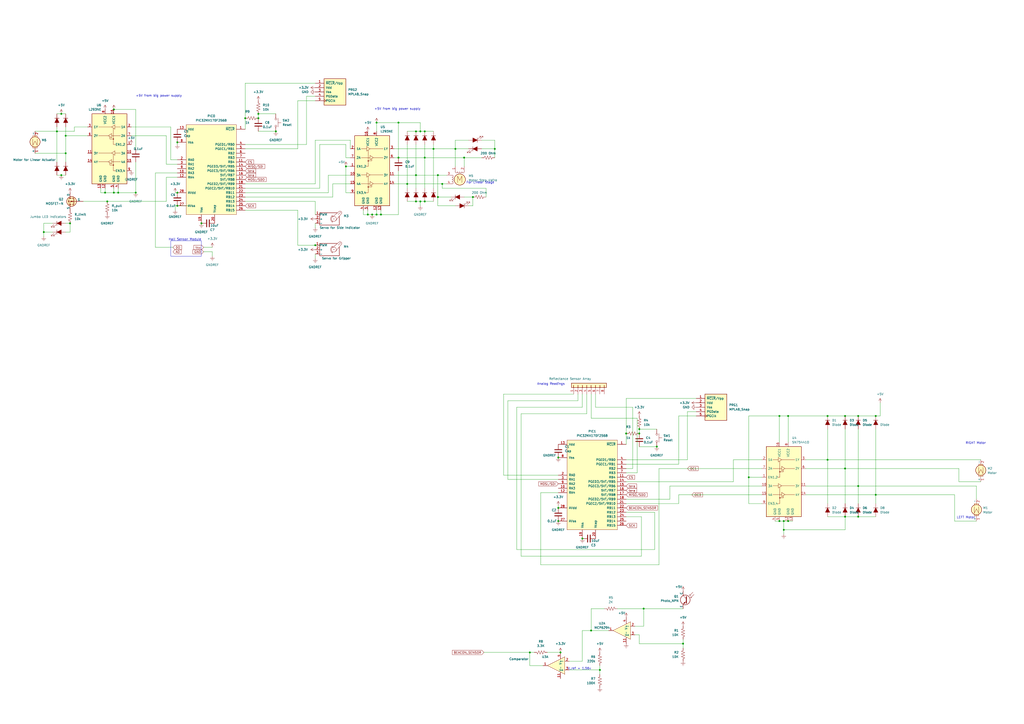
<source format=kicad_sch>
(kicad_sch (version 20230121) (generator eeschema)
  (paper "A2")
  (lib_symbols
    (symbol "ME218_BaseLib:Cap" (pin_numbers hide) (pin_names (offset 0.254))
      (property "Reference" "C" (at 0.635 2.54 0))
      (property "Value" "Cap" (at 0.635 -2.54 0))
      (symbol "Cap_1_1"
        (pin passive line (at 0 3.81 270) (length 2.794) (name "~") (number "1"))
        (pin passive line (at 0 -3.81 90) (length 2.794) (name "~") (number "2"))
      )
    )
    (symbol "ME218_BaseLib:Diode" (pin_numbers hide) (pin_names (offset 1.016) hide)
      (property "Reference" "D" (at 0 2.54 0))
      (property "Value" "Diode" (at 0 -2.54 0))
      (symbol "Diode_1_1"
        (pin passive line (at -3.81 0 0) (length 2.54) (name "K") (number "1"))
        (pin passive line (at 3.81 0 180) (length 2.54) (name "A") (number "2"))
      )
    )
    (symbol "ME218_BaseLib:L293NE" (pin_names (offset 1.016))
      (property "Reference" "U" (at -5.08 26.035 0))
      (property "Value" "L293NE" (at -5.08 24.13 0))
      (symbol "L293NE_1_1"
        (pin input line (at -12.7 5.08 0) (length 2.54) (name "EN1,2") (number "1"))
        (pin input line (at -12.7 0 0) (length 2.54) (name "3A") (number "10"))
        (pin output line (at 12.7 0 180) (length 2.54) (name "3Y") (number "11"))
        (pin power_in line (at 2.54 -20.32 90) (length 2.54) (name "GND") (number "12"))
        (pin power_in line (at 5.08 -20.32 90) (length 2.54) (name "GND") (number "13"))
        (pin output line (at 12.7 -5.08 180) (length 2.54) (name "4Y") (number "14"))
        (pin input line (at -12.7 -5.08 0) (length 2.54) (name "4A") (number "15"))
        (pin power_in line (at -2.54 25.4 270) (length 2.54) (name "VCC1") (number "16"))
        (pin input line (at -12.7 15.24 0) (length 2.54) (name "1A") (number "2"))
        (pin output line (at 12.7 15.24 180) (length 2.54) (name "1Y") (number "3"))
        (pin power_in line (at -5.08 -20.32 90) (length 2.54) (name "GND") (number "4"))
        (pin power_in line (at -2.54 -20.32 90) (length 2.54) (name "GND") (number "5"))
        (pin output line (at 12.7 10.16 180) (length 2.54) (name "2Y") (number "6"))
        (pin input line (at -12.7 10.16 0) (length 2.54) (name "2A") (number "7"))
        (pin power_in line (at 2.54 25.4 270) (length 2.54) (name "VCC2") (number "8"))
        (pin input line (at -12.7 -10.16 0) (length 2.54) (name "EN3,4") (number "9"))
      )
    )
    (symbol "ME218_BaseLib:LED" (pin_numbers hide) (pin_names (offset 1.016) hide)
      (property "Reference" "D" (at 0 2.54 0))
      (property "Value" "LED" (at 0 -2.54 0))
      (symbol "LED_1_1"
        (pin passive line (at -3.81 0 0) (length 2.54) (name "K") (number "1"))
        (pin passive line (at 3.81 0 180) (length 2.54) (name "A") (number "2"))
      )
    )
    (symbol "ME218_BaseLib:MCP6294"
      (property "Reference" "U" (at 1.27 5.08 0))
      (property "Value" "MCP6294" (at 3.81 -5.08 0))
      (symbol "MCP6294_0_1"
        (pin power_in line (at -2.54 -7.62 90) (length 3.81) (name "V-") (number "11"))
        (pin power_in line (at -2.54 7.62 270) (length 3.81) (name "V+") (number "4"))
      )
      (symbol "MCP6294_1_1"
        (pin output line (at 7.62 0 180) (length 2.54) (name "~") (number "1"))
        (pin input line (at -7.62 2.54 0) (length 2.54) (name "-") (number "2"))
        (pin input line (at -7.62 -2.54 0) (length 2.54) (name "+") (number "3"))
      )
      (symbol "MCP6294_2_1"
        (pin input line (at -7.62 -2.54 0) (length 2.54) (name "+") (number "5"))
        (pin input line (at -7.62 2.54 0) (length 2.54) (name "-") (number "6"))
        (pin output line (at 7.62 0 180) (length 2.54) (name "~") (number "7"))
      )
      (symbol "MCP6294_3_1"
        (pin input line (at -7.62 -2.54 0) (length 2.54) (name "+") (number "10"))
        (pin output line (at 7.62 0 180) (length 2.54) (name "~") (number "8"))
        (pin input line (at -7.62 2.54 0) (length 2.54) (name "-") (number "9"))
      )
      (symbol "MCP6294_4_1"
        (pin input line (at -7.62 -2.54 0) (length 2.54) (name "+") (number "12"))
        (pin input line (at -7.62 2.54 0) (length 2.54) (name "-") (number "13"))
        (pin output line (at 7.62 0 180) (length 2.54) (name "~") (number "14"))
      )
    )
    (symbol "ME218_BaseLib:MOSFET-N" (pin_numbers hide) (pin_names (offset 0))
      (property "Reference" "Q" (at 5.08 1.27 0))
      (property "Value" "MOSFET-N" (at 5.08 -1.27 0))
      (symbol "MOSFET-N_1_1"
        (pin passive line (at 2.54 5.08 270) (length 2.54) (name "D") (number "1"))
        (pin input line (at -5.08 0 0) (length 5.08) (name "G") (number "2"))
        (pin passive line (at 2.54 -5.08 90) (length 2.54) (name "S") (number "3"))
      )
    )
    (symbol "ME218_BaseLib:MPLAB_Snap" (pin_names (offset 1.016))
      (property "Reference" "PRG" (at 0 8.89 0))
      (property "Value" "MPLAB_Snap" (at 8.89 1.27 90))
      (symbol "MPLAB_Snap_1_1"
        (pin output line (at -11.43 5.08 0) (length 5.08) (name "~{MCLR}/Vpp") (number "1"))
        (pin input line (at -11.43 2.54 0) (length 5.08) (name "Vdd") (number "2"))
        (pin input line (at -11.43 0 0) (length 5.08) (name "Vss") (number "3"))
        (pin bidirectional line (at -11.43 -2.54 0) (length 5.08) (name "PGData") (number "4"))
        (pin output clock (at -11.43 -5.08 0) (length 5.08) (name "PGClk") (number "5"))
        (pin no_connect line (at -2.54 -11.43 0) (length 5.08) hide (name "NC") (number "6"))
        (pin no_connect line (at -2.54 -13.97 0) (length 5.08) hide (name "NC") (number "7"))
        (pin no_connect line (at -2.54 -16.51 0) (length 5.08) hide (name "NC") (number "8"))
      )
    )
    (symbol "ME218_BaseLib:Molex8" (pin_names (offset 1.016) hide)
      (property "Reference" "J" (at 0 10.16 0))
      (property "Value" "Molex8" (at 0 -12.7 0))
      (symbol "Molex8_1_1"
        (pin passive line (at -5.08 7.62 0) (length 3.81) (name "Pin_1") (number "1"))
        (pin passive line (at -5.08 5.08 0) (length 3.81) (name "Pin_2") (number "2"))
        (pin passive line (at -5.08 2.54 0) (length 3.81) (name "Pin_3") (number "3"))
        (pin passive line (at -5.08 0 0) (length 3.81) (name "Pin_4") (number "4"))
        (pin passive line (at -5.08 -2.54 0) (length 3.81) (name "Pin_5") (number "5"))
        (pin passive line (at -5.08 -5.08 0) (length 3.81) (name "Pin_6") (number "6"))
        (pin passive line (at -5.08 -7.62 0) (length 3.81) (name "Pin_7") (number "7"))
        (pin passive line (at -5.08 -10.16 0) (length 3.81) (name "Pin_8") (number "8"))
      )
    )
    (symbol "ME218_BaseLib:Motor" (pin_names (offset 0))
      (property "Reference" "M" (at 2.54 2.54 0))
      (property "Value" "Motor" (at 2.54 -5.08 0))
      (symbol "Motor_1_1"
        (pin passive line (at 0 5.08 270) (length 2.54) (name "+") (number "1"))
        (pin passive line (at 0 -7.62 90) (length 2.54) (name "-") (number "2"))
      )
    )
    (symbol "ME218_BaseLib:Motor_Servo" (pin_names (offset 0.0254))
      (property "Reference" "M" (at -5.08 4.445 0))
      (property "Value" "Motor_Servo" (at -5.08 -4.064 0))
      (symbol "Motor_Servo_1_1"
        (pin passive line (at -7.62 2.54 0) (length 2.54) (name "PWM") (number "1"))
        (pin passive line (at -7.62 0 0) (length 2.54) (name "+") (number "2"))
        (pin passive line (at -7.62 -2.54 0) (length 2.54) (name "-") (number "3"))
      )
    )
    (symbol "ME218_BaseLib:Motor_Step_4Wire" (pin_names (offset 0) hide)
      (property "Reference" "M" (at 3.81 2.54 0))
      (property "Value" "Motor_Step_4Wire" (at 3.81 1.27 0))
      (symbol "Motor_Step_4Wire_1_1"
        (pin passive line (at -2.54 7.62 270) (length 2.54) (name "~") (number "1"))
        (pin passive line (at 2.54 7.62 270) (length 2.54) (name "-") (number "2"))
        (pin passive line (at -7.62 2.54 0) (length 2.54) (name "~") (number "3"))
        (pin passive line (at -7.62 -2.54 0) (length 2.54) (name "~") (number "4"))
      )
    )
    (symbol "ME218_BaseLib:PIC32MX170F256B" (pin_names (offset 1.016))
      (property "Reference" "U" (at -20.32 25.4 0))
      (property "Value" "PIC32MX170F256B" (at -7.62 25.4 0))
      (symbol "PIC32MX170F256B_1_1"
        (pin input line (at 12.7 21.59 180) (length 5.08) (name "~{MCLR}") (number "1"))
        (pin bidirectional line (at -26.67 -3.81 0) (length 5.08) (name "RA3") (number "10"))
        (pin bidirectional line (at 12.7 2.54 180) (length 5.08) (name "RB4") (number "11"))
        (pin bidirectional line (at -26.67 -6.35 0) (length 5.08) (name "RA4") (number "12"))
        (pin power_in line (at -26.67 21.59 0) (length 5.08) (name "Vdd") (number "13"))
        (pin bidirectional line (at 12.7 0 180) (length 5.08) (name "PGED3/5VT/RB5") (number "14"))
        (pin bidirectional line (at 12.7 -2.54 180) (length 5.08) (name "PGEC3/5VT/RB6") (number "15"))
        (pin bidirectional line (at 12.7 -5.08 180) (length 5.08) (name "5VT/RB7") (number "16"))
        (pin bidirectional line (at 12.7 -7.62 180) (length 5.08) (name "5VT/RB8") (number "17"))
        (pin bidirectional line (at 12.7 -10.16 180) (length 5.08) (name "PGED2/5VT/RB9") (number "18"))
        (pin power_in line (at -12.7 -33.02 90) (length 5.08) (name "Vss") (number "19"))
        (pin bidirectional line (at -26.67 3.81 0) (length 5.08) (name "RA0") (number "2"))
        (pin input line (at -5.08 -33.02 90) (length 5.08) (name "Vcap") (number "20"))
        (pin bidirectional line (at 12.7 -12.7 180) (length 5.08) (name "PGEC2/5VT/RB10") (number "21"))
        (pin bidirectional line (at 12.7 -15.24 180) (length 5.08) (name "RB11") (number "22"))
        (pin bidirectional line (at 12.7 -17.78 180) (length 5.08) (name "RB12") (number "23"))
        (pin bidirectional line (at 12.7 -20.32 180) (length 5.08) (name "RB13") (number "24"))
        (pin bidirectional line (at 12.7 -22.86 180) (length 5.08) (name "RB14") (number "25"))
        (pin bidirectional line (at 12.7 -25.4 180) (length 5.08) (name "RB15") (number "26"))
        (pin power_in line (at -26.67 -22.86 0) (length 5.08) (name "AVss") (number "27"))
        (pin power_in line (at -26.67 -15.24 0) (length 5.08) (name "AVdd") (number "28"))
        (pin bidirectional line (at -26.67 1.27 0) (length 5.08) (name "RA1") (number "3"))
        (pin bidirectional line (at 12.7 12.7 180) (length 5.08) (name "PGED1/RB0") (number "4"))
        (pin bidirectional line (at 12.7 10.16 180) (length 5.08) (name "PGEC1/RB1") (number "5"))
        (pin bidirectional line (at 12.7 7.62 180) (length 5.08) (name "RB2") (number "6"))
        (pin bidirectional line (at 12.7 5.08 180) (length 5.08) (name "RB3") (number "7"))
        (pin power_in line (at -26.67 13.97 0) (length 5.08) (name "Vss") (number "8"))
        (pin bidirectional line (at -26.67 -1.27 0) (length 5.08) (name "RA2") (number "9"))
      )
    )
    (symbol "ME218_BaseLib:Photo_NPN" (pin_numbers hide) (pin_names (offset 0))
      (property "Reference" "Q" (at 5.08 1.27 0))
      (property "Value" "Photo_NPN" (at 5.08 -1.27 0))
      (symbol "Photo_NPN_1_1"
        (pin passive line (at 2.54 5.08 270) (length 2.54) (name "C") (number "1"))
        (pin passive line (at 2.54 -5.08 90) (length 2.54) (name "E") (number "2"))
      )
    )
    (symbol "ME218_BaseLib:Res1" (pin_numbers hide) (pin_names (offset 0))
      (property "Reference" "R" (at 2.54 0 90))
      (property "Value" "Res1" (at -2.54 0 90))
      (symbol "Res1_1_1"
        (pin passive line (at 0 3.81 270) (length 1.27) (name "~") (number "1"))
        (pin passive line (at 0 -3.81 90) (length 1.27) (name "~") (number "2"))
      )
    )
    (symbol "ME218_BaseLib:SW_Push" (pin_numbers hide) (pin_names (offset 1.016) hide)
      (property "Reference" "SW" (at 1.27 2.54 0))
      (property "Value" "SW_Push" (at 0 -1.524 0))
      (symbol "SW_Push_0_1"
        (pin passive line (at -5.08 0 0) (length 2.54) (name "1") (number "1"))
        (pin passive line (at 5.08 0 180) (length 2.54) (name "2") (number "2"))
      )
    )
    (symbol "Res1_1" (pin_numbers hide) (pin_names (offset 0))
      (property "Reference" "R" (at 2.54 0 90))
      (property "Value" "Res1" (at -2.54 0 90))
      (symbol "Res1_1_1_1"
        (pin passive line (at 0 3.81 270) (length 1.27) (name "~") (number "1"))
        (pin passive line (at 0 -3.81 90) (length 1.27) (name "~") (number "2"))
      )
    )
    (symbol "Res1_2" (pin_numbers hide) (pin_names (offset 0))
      (property "Reference" "R" (at 2.54 0 90))
      (property "Value" "Res1" (at -2.54 0 90))
      (symbol "Res1_2_1_1"
        (pin passive line (at 0 3.81 270) (length 1.27) (name "~") (number "1"))
        (pin passive line (at 0 -3.81 90) (length 1.27) (name "~") (number "2"))
      )
    )
    (symbol "Res1_3" (pin_numbers hide) (pin_names (offset 0))
      (property "Reference" "R" (at 2.54 0 90))
      (property "Value" "Res1" (at -2.54 0 90))
      (symbol "Res1_3_1_1"
        (pin passive line (at 0 3.81 270) (length 1.27) (name "~") (number "1"))
        (pin passive line (at 0 -3.81 90) (length 1.27) (name "~") (number "2"))
      )
    )
    (symbol "Res1_4" (pin_numbers hide) (pin_names (offset 0))
      (property "Reference" "R" (at 2.54 0 90))
      (property "Value" "Res1" (at -2.54 0 90))
      (symbol "Res1_4_1_1"
        (pin passive line (at 0 3.81 270) (length 1.27) (name "~") (number "1"))
        (pin passive line (at 0 -3.81 90) (length 1.27) (name "~") (number "2"))
      )
    )
    (symbol "power:+3.3V" (power) (pin_names (offset 0))
      (property "Value" "+3.3V" (at 0 3.556 0))
      (symbol "+3.3V_1_1"
        (pin power_in line (at 0 0 90) (length 0) hide (name "+3.3V") (number "1"))
      )
    )
    (symbol "power:+5V" (power) (pin_names (offset 0))
      (property "Value" "+5V" (at 0 3.556 0))
      (symbol "+5V_1_1"
        (pin power_in line (at 0 0 90) (length 0) hide (name "+5V") (number "1"))
      )
    )
    (symbol "power:+6V" (power) (pin_names (offset 0))
      (property "Value" "+6V" (at 0 3.556 0))
      (symbol "+6V_1_1"
        (pin power_in line (at 0 0 90) (length 0) hide (name "+6V") (number "1"))
      )
    )
    (symbol "power:Earth" (power) (pin_names (offset 0))
      (symbol "Earth_1_1"
        (pin power_in line (at 0 0 270) (length 0) hide (name "Earth") (number "1"))
      )
    )
    (symbol "power:GND" (power) (pin_names (offset 0))
      (property "Value" "GND" (at 0 -3.81 0))
      (symbol "GND_1_1"
        (pin power_in line (at 0 0 270) (length 0) hide (name "GND") (number "1"))
      )
    )
    (symbol "power:GNDREF" (power) (pin_names (offset 0))
      (property "Value" "GNDREF" (at 0 -3.81 0))
      (symbol "GNDREF_1_1"
        (pin power_in line (at 0 0 270) (length 0) hide (name "GNDREF") (number "1"))
      )
    )
  )
  (junction (at 254 101.6))
  (junction (at 323.85 294.64))
  (junction (at 480.06 241.3))
  (junction (at 142.24 68.58))
  (junction (at 38.1 88.9))
  (junction (at 241.3 101.6))
  (junction (at 264.16 86.36))
  (junction (at 102.87 82.55))
  (junction (at 182.88 142.24))
  (junction (at 220.98 124.46))
  (junction (at 68.58 111.76))
  (junction (at 78.74 111.76))
  (junction (at 307.34 378.46))
  (junction (at 452.12 241.3))
  (junction (at 218.44 71.12))
  (junction (at 35.56 101.6))
  (junction (at 66.04 63.5))
  (junction (at 454.66 307.34))
  (junction (at 243.84 116.84))
  (junction (at 215.9 124.46))
  (junction (at 363.22 251.46))
  (junction (at 236.22 106.68))
  (junction (at 434.34 276.86))
  (junction (at 246.38 91.44))
  (junction (at 457.2 302.26))
  (junction (at 254 114.3))
  (junction (at 490.22 241.3))
  (junction (at 508 241.3))
  (junction (at 323.85 302.26))
  (junction (at 323.85 265.43))
  (junction (at 149.86 66.04))
  (junction (at 160.02 76.2))
  (junction (at 231.14 91.44))
  (junction (at 287.02 86.36))
  (junction (at 396.24 373.38))
  (junction (at 102.87 119.38))
  (junction (at 246.38 116.84))
  (junction (at 60.96 111.76))
  (junction (at 116.84 129.54))
  (junction (at 490.22 299.72))
  (junction (at 497.84 241.3))
  (junction (at 251.46 86.36))
  (junction (at 274.32 114.3))
  (junction (at 149.86 68.58))
  (junction (at 218.44 124.46))
  (junction (at 381 259.08))
  (junction (at 347.98 388.62))
  (junction (at 337.82 312.42))
  (junction (at 33.02 76.2))
  (junction (at 213.36 124.46))
  (junction (at 200.66 96.52))
  (junction (at 452.12 302.26))
  (junction (at 325.12 378.46))
  (junction (at 241.3 116.84))
  (junction (at 40.64 129.54))
  (junction (at 66.04 111.76))
  (junction (at 497.84 281.94))
  (junction (at 241.3 76.2))
  (junction (at 256.54 106.68))
  (junction (at 231.14 71.12))
  (junction (at 25.4 134.62))
  (junction (at 457.2 241.3))
  (junction (at 38.1 78.74))
  (junction (at 454.66 302.26))
  (junction (at 370.84 248.92))
  (junction (at 62.23 116.84))
  (junction (at 246.38 76.2))
  (junction (at 243.84 76.2))
  (junction (at 269.24 91.44))
  (junction (at 342.9 365.76))
  (junction (at 102.87 111.76))
  (junction (at 35.56 66.04))
  (junction (at 508 287.02))
  (junction (at 373.38 353.06))
  (junction (at 370.84 251.46))
  (junction (at 497.84 299.72))
  (junction (at 490.22 271.78))
  (junction (at 480.06 266.7))
  (wire (pts (xy 457.2 241.3) (xy 480.06 241.3)))
  (wire (pts (xy 369.57 242.57) (xy 369.57 274.32)))
  (wire (pts (xy 35.56 66.04) (xy 38.1 66.04)))
  (wire (pts (xy 299.72 318.77) (xy 379.73 318.77)))
  (wire (pts (xy 370.84 248.92) (xy 381 248.92)))
  (wire (pts (xy 370.84 251.46) (xy 370.84 248.92)))
  (wire (pts (xy 35.56 101.6) (xy 38.1 101.6)))
  (wire (pts (xy 454.66 307.34) (xy 454.66 309.88)))
  (wire (pts (xy 101.6 111.76) (xy 102.87 111.76)))
  (wire (pts (xy 60.96 111.76) (xy 66.04 111.76)))
  (wire (pts (xy 142.24 68.58) (xy 142.24 74.93)))
  (wire (pts (xy 264.16 81.28) (xy 264.16 86.36)))
  (wire (pts (xy 38.1 78.74) (xy 50.8 78.74)))
  (wire (pts (xy 441.96 287.02) (xy 393.7 287.02)))
  (wire (pts (xy 33.02 101.6) (xy 35.56 101.6)))
  (wire (pts (xy 373.38 353.06) (xy 358.14 353.06)))
  (wire (pts (xy 264.16 119.38) (xy 254 119.38)))
  (wire (pts (xy 287.02 81.28) (xy 287.02 86.36)))
  (wire (pts (xy 43.18 73.66) (xy 50.8 73.66)))
  (wire (pts (xy 218.44 71.12) (xy 218.44 76.2)))
  (wire (pts (xy 228.6 101.6) (xy 241.3 101.6)))
  (wire (pts (xy 345.44 228.6) (xy 345.44 236.22)))
  (wire (pts (xy 497.84 299.72) (xy 508 299.72)))
  (wire (pts (xy 342.9 353.06) (xy 342.9 365.76)))
  (wire (pts (xy 33.02 93.98) (xy 33.02 76.2)))
  (wire (pts (xy 256.54 106.68) (xy 259.08 106.68)))
  (wire (pts (xy 347.98 388.62) (xy 330.2 388.62)))
  (wire (pts (xy 261.62 114.3) (xy 254 114.3)))
  (wire (pts (xy 20.32 88.9) (xy 38.1 88.9)))
  (wire (pts (xy 218.44 121.92) (xy 218.44 124.46)))
  (wire (pts (xy 78.74 63.5) (xy 66.04 63.5)))
  (wire (pts (xy 243.84 116.84) (xy 243.84 119.38)))
  (wire (pts (xy 363.22 231.14) (xy 403.86 231.14)))
  (wire (pts (xy 269.24 91.44) (xy 269.24 96.52)))
  (wire (pts (xy 25.4 137.16) (xy 25.4 134.62)))
  (wire (pts (xy 142.24 48.26) (xy 182.88 48.26)))
  (wire (pts (xy 78.74 93.98) (xy 78.74 111.76)))
  (wire (pts (xy 142.24 106.68) (xy 182.88 106.68)))
  (wire (pts (xy 497.84 281.94) (xy 566.42 281.94)))
  (wire (pts (xy 90.17 100.33) (xy 90.17 143.51)))
  (wire (pts (xy 337.82 383.54) (xy 337.82 365.76)))
  (wire (pts (xy 68.58 111.76) (xy 66.04 111.76)))
  (wire (pts (xy 185.42 83.82) (xy 200.66 83.82)))
  (wire (pts (xy 388.62 289.56) (xy 363.22 289.56)))
  (wire (pts (xy 363.22 266.7) (xy 398.78 266.7)))
  (wire (pts (xy 467.36 287.02) (xy 508 287.02)))
  (wire (pts (xy 382.27 271.78) (xy 382.27 327.66)))
  (wire (pts (xy 172.72 58.42) (xy 172.72 86.36)))
  (wire (pts (xy 228.6 106.68) (xy 236.22 106.68)))
  (wire (pts (xy 490.22 271.78) (xy 556.26 271.78)))
  (wire (pts (xy 220.98 121.92) (xy 220.98 124.46)))
  (wire (pts (xy 213.36 124.46) (xy 215.9 124.46)))
  (wire (pts (xy 182.88 129.54) (xy 182.88 132.08)))
  (wire (pts (xy 241.3 83.82) (xy 241.3 101.6)))
  (wire (pts (xy 228.6 91.44) (xy 231.14 91.44)))
  (wire (pts (xy 48.26 116.84) (xy 62.23 116.84)))
  (wire (pts (xy 457.2 302.26) (xy 459.74 302.26)))
  (wire (pts (xy 172.72 121.92) (xy 172.72 142.24)))
  (wire (pts (xy 396.24 370.84) (xy 396.24 373.38)))
  (wire (pts (xy 271.78 81.28) (xy 264.16 81.28)))
  (wire (pts (xy 254 119.38) (xy 254 114.3)))
  (wire (pts (xy 200.66 83.82) (xy 200.66 91.44)))
  (wire (pts (xy 379.73 297.18) (xy 363.22 297.18)))
  (wire (pts (xy 372.11 322.58) (xy 372.11 299.72)))
  (wire (pts (xy 294.64 232.41) (xy 294.64 278.13)))
  (wire (pts (xy 370.84 373.38) (xy 396.24 373.38)))
  (wire (pts (xy 213.36 121.92) (xy 213.36 124.46)))
  (wire (pts (xy 60.96 109.22) (xy 60.96 111.76)))
  (wire (pts (xy 38.1 73.66) (xy 38.1 78.74)))
  (wire (pts (xy 210.82 124.46) (xy 213.36 124.46)))
  (wire (pts (xy 38.1 134.62) (xy 40.64 134.62)))
  (wire (pts (xy 102.87 119.38) (xy 109.22 119.38)))
  (wire (pts (xy 43.18 76.2) (xy 43.18 73.66)))
  (wire (pts (xy 203.2 101.6) (xy 190.5 101.6)))
  (wire (pts (xy 185.42 142.24) (xy 182.88 142.24)))
  (wire (pts (xy 58.42 111.76) (xy 60.96 111.76)))
  (wire (pts (xy 254 101.6) (xy 259.08 101.6)))
  (wire (pts (xy 373.38 363.22) (xy 373.38 353.06)))
  (wire (pts (xy 101.6 119.38) (xy 102.87 119.38)))
  (wire (pts (xy 40.64 134.62) (xy 40.64 129.54)))
  (wire (pts (xy 185.42 109.22) (xy 185.42 83.82)))
  (wire (pts (xy 102.87 102.87) (xy 96.52 102.87)))
  (wire (pts (xy 210.82 121.92) (xy 210.82 124.46)))
  (wire (pts (xy 203.2 81.28) (xy 203.2 86.36)))
  (wire (pts (xy 347.98 386.08) (xy 347.98 388.62)))
  (wire (pts (xy 441.96 292.1) (xy 434.34 292.1)))
  (wire (pts (xy 314.96 386.08) (xy 307.34 386.08)))
  (wire (pts (xy 203.2 106.68) (xy 193.04 106.68)))
  (wire (pts (xy 279.4 81.28) (xy 287.02 81.28)))
  (wire (pts (xy 566.42 281.94) (xy 566.42 289.56)))
  (wire (pts (xy 398.78 266.7) (xy 398.78 238.76)))
  (wire (pts (xy 497.84 241.3) (xy 508 241.3)))
  (wire (pts (xy 142.24 114.3) (xy 193.04 114.3)))
  (wire (pts (xy 142.24 86.36) (xy 172.72 86.36)))
  (wire (pts (xy 99.06 73.66) (xy 99.06 92.71)))
  (wire (pts (xy 76.2 73.66) (xy 99.06 73.66)))
  (wire (pts (xy 340.36 228.6) (xy 340.36 240.03)))
  (wire (pts (xy 243.84 71.12) (xy 231.14 71.12)))
  (wire (pts (xy 236.22 106.68) (xy 236.22 109.22)))
  (wire (pts (xy 353.06 365.76) (xy 342.9 365.76)))
  (wire (pts (xy 90.17 143.51) (xy 100.33 143.51)))
  (wire (pts (xy 345.44 236.22) (xy 367.03 236.22)))
  (wire (pts (xy 96.52 116.84) (xy 62.23 116.84)))
  (wire (pts (xy 425.45 279.4) (xy 425.45 266.7)))
  (wire (pts (xy 25.4 129.54) (xy 30.48 129.54)))
  (wire (pts (xy 76.2 78.74) (xy 96.52 78.74)))
  (wire (pts (xy 452.12 302.26) (xy 454.66 302.26)))
  (wire (pts (xy 38.1 88.9) (xy 38.1 78.74)))
  (wire (pts (xy 510.54 233.68) (xy 510.54 241.3)))
  (wire (pts (xy 393.7 292.1) (xy 363.22 292.1)))
  (wire (pts (xy 441.96 276.86) (xy 434.34 276.86)))
  (wire (pts (xy 347.98 388.62) (xy 347.98 391.16)))
  (wire (pts (xy 236.22 116.84) (xy 241.3 116.84)))
  (wire (pts (xy 342.9 242.57) (xy 369.57 242.57)))
  (wire (pts (xy 279.4 86.36) (xy 287.02 86.36)))
  (wire (pts (xy 313.69 285.75) (xy 323.85 285.75)))
  (wire (pts (xy 274.32 119.38) (xy 274.32 114.3)))
  (wire (pts (xy 58.42 109.22) (xy 58.42 111.76)))
  (wire (pts (xy 379.73 297.18) (xy 379.73 318.77)))
  (wire (pts (xy 393.7 241.3) (xy 393.7 269.24)))
  (wire (pts (xy 393.7 269.24) (xy 363.22 269.24)))
  (wire (pts (xy 434.34 241.3) (xy 452.12 241.3)))
  (wire (pts (xy 369.57 274.32) (xy 363.22 274.32)))
  (wire (pts (xy 231.14 91.44) (xy 246.38 91.44)))
  (wire (pts (xy 372.11 299.72) (xy 363.22 299.72)))
  (wire (pts (xy 172.72 142.24) (xy 182.88 142.24)))
  (wire (pts (xy 33.02 73.66) (xy 33.02 76.2)))
  (wire (pts (xy 182.88 106.68) (xy 182.88 81.28)))
  (wire (pts (xy 302.26 240.03) (xy 302.26 322.58)))
  (wire (pts (xy 497.84 248.92) (xy 497.84 281.94)))
  (wire (pts (xy 480.06 241.3) (xy 490.22 241.3)))
  (wire (pts (xy 292.1 275.59) (xy 323.85 275.59)))
  (wire (pts (xy 33.02 66.04) (xy 35.56 66.04)))
  (wire (pts (xy 454.66 302.26) (xy 457.2 302.26)))
  (wire (pts (xy 160.02 76.2) (xy 149.86 76.2)))
  (wire (pts (xy 363.22 251.46) (xy 363.22 231.14)))
  (wire (pts (xy 231.14 99.06) (xy 231.14 124.46)))
  (wire (pts (xy 307.34 378.46) (xy 307.34 386.08)))
  (wire (pts (xy 218.44 124.46) (xy 215.9 124.46)))
  (wire (pts (xy 363.22 251.46) (xy 363.22 257.81)))
  (wire (pts (xy 490.22 248.92) (xy 490.22 271.78)))
  (wire (pts (xy 190.5 111.76) (xy 142.24 111.76)))
  (wire (pts (xy 123.19 146.05) (xy 123.19 148.59)))
  (wire (pts (xy 556.26 279.4) (xy 568.96 279.4)))
  (wire (pts (xy 434.34 241.3) (xy 434.34 276.86)))
  (wire (pts (xy 38.1 88.9) (xy 38.1 93.98)))
  (wire (pts (xy 101.6 121.92) (xy 101.6 119.38)))
  (wire (pts (xy 251.46 83.82) (xy 251.46 86.36)))
  (wire (pts (xy 381 259.08) (xy 370.84 259.08)))
  (wire (pts (xy 241.3 76.2) (xy 243.84 76.2)))
  (wire (pts (xy 256.54 109.22) (xy 281.94 109.22)))
  (wire (pts (xy 367.03 236.22) (xy 367.03 271.78)))
  (wire (pts (xy 118.11 143.51) (xy 123.19 143.51)))
  (wire (pts (xy 398.78 238.76) (xy 403.86 238.76)))
  (wire (pts (xy 246.38 91.44) (xy 269.24 91.44)))
  (wire (pts (xy 294.64 278.13) (xy 323.85 278.13)))
  (wire (pts (xy 449.58 302.26) (xy 452.12 302.26)))
  (wire (pts (xy 337.82 228.6) (xy 337.82 236.22)))
  (wire (pts (xy 330.2 383.54) (xy 337.82 383.54)))
  (wire (pts (xy 236.22 76.2) (xy 241.3 76.2)))
  (wire (pts (xy 236.22 83.82) (xy 236.22 106.68)))
  (wire (pts (xy 457.2 241.3) (xy 457.2 256.54)))
  (wire (pts (xy 20.32 76.2) (xy 33.02 76.2)))
  (wire (pts (xy 256.54 109.22) (xy 256.54 106.68)))
  (wire (pts (xy 251.46 86.36) (xy 251.46 109.22)))
  (wire (pts (xy 393.7 287.02) (xy 393.7 292.1)))
  (wire (pts (xy 313.69 327.66) (xy 313.69 285.75)))
  (wire (pts (xy 243.84 116.84) (xy 246.38 116.84)))
  (wire (pts (xy 382.27 271.78) (xy 441.96 271.78)))
  (wire (pts (xy 246.38 83.82) (xy 246.38 91.44)))
  (wire (pts (xy 142.24 68.58) (xy 142.24 48.26)))
  (wire (pts (xy 508 287.02) (xy 553.72 287.02)))
  (wire (pts (xy 241.3 101.6) (xy 241.3 109.22)))
  (wire (pts (xy 241.3 116.84) (xy 243.84 116.84)))
  (wire (pts (xy 363.22 271.78) (xy 367.03 271.78)))
  (wire (pts (xy 497.84 281.94) (xy 497.84 292.1)))
  (wire (pts (xy 269.24 114.3) (xy 274.32 114.3)))
  (wire (pts (xy 441.96 281.94) (xy 388.62 281.94)))
  (wire (pts (xy 118.11 146.05) (xy 123.19 146.05)))
  (wire (pts (xy 337.82 236.22) (xy 299.72 236.22)))
  (wire (pts (xy 68.58 109.22) (xy 68.58 111.76)))
  (wire (pts (xy 508 248.92) (xy 508 287.02)))
  (wire (pts (xy 241.3 101.6) (xy 254 101.6)))
  (wire (pts (xy 66.04 109.22) (xy 66.04 111.76)))
  (wire (pts (xy 203.2 111.76) (xy 200.66 111.76)))
  (wire (pts (xy 102.87 92.71) (xy 99.06 92.71)))
  (wire (pts (xy 452.12 241.3) (xy 457.2 241.3)))
  (wire (pts (xy 490.22 307.34) (xy 454.66 307.34)))
  (wire (pts (xy 102.87 82.55) (xy 102.87 83.82)))
  (wire (pts (xy 490.22 299.72) (xy 497.84 299.72)))
  (wire (pts (xy 467.36 271.78) (xy 490.22 271.78)))
  (wire (pts (xy 200.66 91.44) (xy 203.2 91.44)))
  (wire (pts (xy 254 114.3) (xy 254 101.6)))
  (wire (pts (xy 25.4 134.62) (xy 30.48 134.62)))
  (wire (pts (xy 246.38 76.2) (xy 251.46 76.2)))
  (wire (pts (xy 102.87 100.33) (xy 90.17 100.33)))
  (wire (pts (xy 370.84 368.3) (xy 368.3 368.3)))
  (wire (pts (xy 480.06 266.7) (xy 480.06 292.1)))
  (wire (pts (xy 508 287.02) (xy 508 292.1)))
  (wire (pts (xy 302.26 322.58) (xy 372.11 322.58)))
  (wire (pts (xy 332.74 228.6) (xy 292.1 228.6)))
  (wire (pts (xy 271.78 119.38) (xy 274.32 119.38)))
  (wire (pts (xy 307.34 378.46) (xy 309.88 378.46)))
  (wire (pts (xy 264.16 86.36) (xy 271.78 86.36)))
  (wire (pts (xy 200.66 96.52) (xy 203.2 96.52)))
  (wire (pts (xy 350.52 353.06) (xy 342.9 353.06)))
  (wire (pts (xy 340.36 240.03) (xy 302.26 240.03)))
  (wire (pts (xy 325.12 378.46) (xy 317.5 378.46)))
  (wire (pts (xy 236.22 106.68) (xy 256.54 106.68)))
  (wire (pts (xy 396.24 373.38) (xy 396.24 375.92)))
  (wire (pts (xy 264.16 86.36) (xy 264.16 96.52)))
  (wire (pts (xy 342.9 228.6) (xy 342.9 242.57)))
  (wire (pts (xy 177.8 55.88) (xy 182.88 55.88)))
  (wire (pts (xy 454.66 302.26) (xy 454.66 307.34)))
  (wire (pts (xy 382.27 327.66) (xy 313.69 327.66)))
  (wire (pts (xy 96.52 78.74) (xy 96.52 95.25)))
  (wire (pts (xy 279.4 91.44) (xy 269.24 91.44)))
  (wire (pts (xy 335.28 228.6) (xy 335.28 232.41)))
  (wire (pts (xy 142.24 121.92) (xy 172.72 121.92)))
  (wire (pts (xy 299.72 236.22) (xy 299.72 318.77)))
  (wire (pts (xy 182.88 58.42) (xy 172.72 58.42)))
  (wire (pts (xy 553.72 287.02) (xy 553.72 302.26)))
  (wire (pts (xy 403.86 241.3) (xy 393.7 241.3)))
  (wire (pts (xy 467.36 281.94) (xy 497.84 281.94)))
  (wire (pts (xy 246.38 91.44) (xy 246.38 109.22)))
  (wire (pts (xy 182.88 116.84) (xy 182.88 124.46)))
  (wire (pts (xy 243.84 76.2) (xy 243.84 71.12)))
  (wire (pts (xy 142.24 109.22) (xy 185.42 109.22)))
  (wire (pts (xy 149.86 66.04) (xy 160.02 66.04)))
  (wire (pts (xy 490.22 271.78) (xy 490.22 292.1)))
  (wire (pts (xy 480.06 248.92) (xy 480.06 266.7)))
  (wire (pts (xy 96.52 102.87) (xy 96.52 116.84)))
  (wire (pts (xy 370.84 368.3) (xy 370.84 373.38)))
  (wire (pts (xy 142.24 83.82) (xy 177.8 83.82)))
  (wire (pts (xy 25.4 134.62) (xy 25.4 129.54)))
  (wire (pts (xy 287.02 86.36) (xy 287.02 91.44)))
  (wire (pts (xy 231.14 71.12) (xy 231.14 91.44)))
  (wire (pts (xy 363.22 279.4) (xy 425.45 279.4)))
  (wire (pts (xy 142.24 116.84) (xy 182.88 116.84)))
  (wire (pts (xy 182.88 81.28) (xy 203.2 81.28)))
  (wire (pts (xy 246.38 116.84) (xy 251.46 116.84)))
  (wire (pts (xy 480.06 299.72) (xy 490.22 299.72)))
  (wire (pts (xy 396.24 353.06) (xy 373.38 353.06)))
  (wire (pts (xy 281.94 109.22) (xy 281.94 114.3)))
  (wire (pts (xy 193.04 106.68) (xy 193.04 114.3)))
  (wire (pts (xy 452.12 256.54) (xy 452.12 241.3)))
  (wire (pts (xy 335.28 232.41) (xy 294.64 232.41)))
  (wire (pts (xy 323.85 294.64) (xy 323.85 293.37)))
  (wire (pts (xy 231.14 124.46) (xy 220.98 124.46)))
  (wire (pts (xy 200.66 111.76) (xy 200.66 96.52)))
  (wire (pts (xy 149.86 68.58) (xy 149.86 66.04)))
  (wire (pts (xy 251.46 86.36) (xy 264.16 86.36)))
  (wire (pts (xy 182.88 147.32) (xy 182.88 149.86)))
  (wire (pts (xy 38.1 129.54) (xy 40.64 129.54)))
  (wire (pts (xy 508 241.3) (xy 510.54 241.3)))
  (wire (pts (xy 78.74 86.36) (xy 78.74 63.5)))
  (wire (pts (xy 292.1 228.6) (xy 292.1 275.59)))
  (wire (pts (xy 220.98 124.46) (xy 218.44 124.46)))
  (wire (pts (xy 434.34 276.86) (xy 434.34 292.1)))
  (wire (pts (xy 228.6 86.36) (xy 251.46 86.36)))
  (wire (pts (xy 78.74 111.76) (xy 68.58 111.76)))
  (wire (pts (xy 490.22 241.3) (xy 497.84 241.3)))
  (wire (pts (xy 177.8 83.82) (xy 177.8 55.88)))
  (wire (pts (xy 243.84 76.2) (xy 246.38 76.2)))
  (wire (pts (xy 337.82 365.76) (xy 342.9 365.76)))
  (wire (pts (xy 33.02 76.2) (xy 43.18 76.2)))
  (wire (pts (xy 388.62 281.94) (xy 388.62 289.56)))
  (wire (pts (xy 556.26 271.78) (xy 556.26 279.4)))
  (wire (pts (xy 480.06 266.7) (xy 568.96 266.7)))
  (wire (pts (xy 425.45 266.7) (xy 441.96 266.7)))
  (wire (pts (xy 102.87 95.25) (xy 96.52 95.25)))
  (wire (pts (xy 553.72 302.26) (xy 566.42 302.26)))
  (wire (pts (xy 368.3 363.22) (xy 373.38 363.22)))
  (wire (pts (xy 231.14 71.12) (xy 218.44 71.12)))
  (wire (pts (xy 467.36 266.7) (xy 480.06 266.7)))
  (wire (pts (xy 190.5 101.6) (xy 190.5 111.76)))
  (wire (pts (xy 490.22 299.72) (xy 490.22 307.34)))
  (wire (pts (xy 280.67 378.46) (xy 307.34 378.46)))
  (rectangle (start 99.06 139.7) (end 116.84 148.59))
  (text "LEFT Motor" (at 554.99 300.99 0) (effects (font (size 1.27 1.27)) (justify left bottom)))
  (text "RIGHT Motor" (at 560.07 257.81 0) (effects (font (size 1.27 1.27)) (justify left bottom)))
  (text "Analog Readings\n" (at 327.66 223.52 0) (effects (font (size 1.27 1.27)) (justify right bottom)))
  (text "For Linear Stage\n" (at 270.51 106.68 0) (effects (font (size 1.27 1.27)) (justify left bottom)))
  (text "+5V from big power supply\n\n" (at 78.74 58.42 0) (effects (font (size 1.27 1.27)) (justify left bottom)))
  (text "Hall Sensor Module\n" (at 97.79 139.7 0) (effects (font (size 1.27 1.27)) (justify left bottom)))
  (text "V_ref = 1.56v" (at 342.9 388.62 0) (effects (font (size 1.27 1.27)) (justify right bottom)))
  (text "+5V from big power supply\n\n" (at 217.17 66.04 0) (effects (font (size 1.27 1.27)) (justify left bottom)))
  (global_label "Vcc" (shape input) (at 118.11 143.51 180) (property "Intersheetrefs" "${INTERSHEET_REFS}" (effects hide)))
  (global_label "SCK" (shape input) (at 142.24 119.38 0) (property "Intersheetrefs" "${INTERSHEET_REFS}" (effects hide)))
  (global_label "BEACON_SENSOR" (shape input) (at 280.67 378.46 180) (property "Intersheetrefs" "${INTERSHEET_REFS}" (effects hide)))
  (global_label "tera" (shape input) (at 142.24 99.06 0) (property "Intersheetrefs" "${INTERSHEET_REFS}" (effects hide)))
  (global_label "tera" (shape input) (at 363.22 284.48 0) (property "Intersheetrefs" "${INTERSHEET_REFS}" (effects hide)))
  (global_label "OC3" (shape input) (at 401.32 287.02 0) (property "Intersheetrefs" "${INTERSHEET_REFS}" (effects hide)))
  (global_label "MISO{slash}SDI" (shape input) (at 142.24 96.52 0) (property "Intersheetrefs" "${INTERSHEET_REFS}" (effects hide)))
  (global_label "DO" (shape input) (at 100.33 143.51 0) (property "Intersheetrefs" "${INTERSHEET_REFS}" (effects hide)))
  (global_label "MOSI{slash}SDI" (shape input) (at 323.85 280.67 180) (property "Intersheetrefs" "${INTERSHEET_REFS}" (effects hide)))
  (global_label "CS" (shape input) (at 363.22 276.86 0) (property "Intersheetrefs" "${INTERSHEET_REFS}" (effects hide)))
  (global_label "MISO{slash}SDO" (shape input) (at 363.22 287.02 0) (property "Intersheetrefs" "${INTERSHEET_REFS}" (effects hide)))
  (global_label "MOSI{slash}SDO" (shape input) (at 142.24 104.14 0) (property "Intersheetrefs" "${INTERSHEET_REFS}" (effects hide)))
  (global_label "BEACON_SENSOR" (shape input) (at 363.22 294.64 0) (property "Intersheetrefs" "${INTERSHEET_REFS}" (effects hide)))
  (global_label "OC1" (shape input) (at 398.78 271.78 0) (property "Intersheetrefs" "${INTERSHEET_REFS}" (effects hide)))
  (global_label "CS" (shape input) (at 142.24 93.98 0) (property "Intersheetrefs" "${INTERSHEET_REFS}" (effects hide)))
  (global_label "SCK" (shape input) (at 363.22 304.8 0) (property "Intersheetrefs" "${INTERSHEET_REFS}" (effects hide)))
  (global_label "GND" (shape input) (at 118.11 146.05 180) (property "Intersheetrefs" "${INTERSHEET_REFS}" (effects hide)))
  (global_label "tera" (shape input) (at 363.22 281.94 0) (property "Intersheetrefs" "${INTERSHEET_REFS}" (effects hide)))
  (global_label "AO" (shape input) (at 100.33 146.05 0) (property "Intersheetrefs" "${INTERSHEET_REFS}" (effects hide)))
  (global_label "tera" (shape input) (at 142.24 101.6 0) (property "Intersheetrefs" "${INTERSHEET_REFS}" (effects hide)))
  (symbol (lib_id "ME218_BaseLib:LED") (at 265.43 114.3 0) (unit 1)
    (property "Reference" "D19" (effects hide))
    (property "Value" "Bi-color LED" (effects hide))
  )
  (symbol (lib_id "ME218_BaseLib:LED") (at 275.59 86.36 0) (unit 1)
    (property "Reference" "D22" (effects hide))
    (property "Value" "Bi-color LED" (effects hide))
  )
  (symbol (lib_id "power:+5V") (at 396.24 363.22 0) (mirror y) (unit 1)
    (property "Reference" "#PWR06" (effects hide))
    (property "Value" "+5V" (at 396.24 358.14 0))
  )
  (symbol (lib_name "Res1_2") (lib_id "ME218_BaseLib:Res1") (at 354.33 353.06 270) (mirror x) (unit 1)
    (property "Reference" "R5" (at 354.33 346.71 90))
    (property "Value" "2K" (at 354.33 349.25 90))
  )
  (symbol (lib_id "ME218_BaseLib:Diode") (at 508 295.91 270) (unit 1)
    (property "Reference" "D8" (at 510.54 294.64 90) (effects (justify left)))
    (property "Value" "Diode" (at 510.54 297.18 90) (effects (justify left)))
  )
  (symbol (lib_id "power:+5V") (at 60.96 63.5 0) (unit 1)
    (property "Reference" "#PWR044" (effects hide))
    (property "Value" "+5V" (at 60.96 58.42 0))
  )
  (symbol (lib_id "ME218_BaseLib:Res1") (at 367.03 251.46 90) (unit 1)
    (property "Reference" "R3" (at 364.49 247.65 90))
    (property "Value" "1k" (at 364.49 254 90))
  )
  (symbol (lib_id "ME218_BaseLib:Diode") (at 241.3 80.01 270) (unit 1)
    (property "Reference" "D13" (effects hide))
    (property "Value" "Diode" (effects hide))
  )
  (symbol (lib_id "ME218_BaseLib:L293NE") (at 215.9 101.6 0) (unit 1)
    (property "Reference" "U5" (at 220.6341 73.66 0) (effects (justify left)))
    (property "Value" "L293NE" (at 220.6341 76.2 0) (effects (justify left)))
    (property "Footprint" "Package_DIP:DIP-16_W7.62mm" (effects hide))
  )
  (symbol (lib_id "ME218_BaseLib:MCP6294") (at 360.68 365.76 0) (mirror y) (unit 1)
    (property "Reference" "U2" (at 349.25 361.5691 0))
    (property "Value" "MCP6294" (at 349.25 364.1091 0))
  )
  (symbol (lib_id "power:Earth") (at 396.24 383.54 0) (mirror y) (unit 1)
    (property "Reference" "#PWR07" (effects hide))
    (property "Value" "Earth" (effects hide))
  )
  (symbol (lib_id "power:Earth") (at 35.56 101.6 0) (unit 1)
    (property "Reference" "#PWR039" (effects hide))
    (property "Value" "Earth" (effects hide))
  )
  (symbol (lib_id "ME218_BaseLib:Cap") (at 149.86 72.39 0) (unit 1)
    (property "Reference" "C8" (at 153.67 71.1199 0) (effects (justify left)))
    (property "Value" "0.1uF" (at 152.4 73.66 0) (effects (justify left)))
  )
  (symbol (lib_id "ME218_BaseLib:SW_Push") (at 160.02 71.12 270) (unit 1)
    (property "Reference" "SW2" (at 163.83 69.8499 90) (effects (justify left)))
    (property "Value" "Reset" (at 163.83 72.3899 90) (effects (justify left)))
  )
  (symbol (lib_id "power:Earth") (at 347.98 398.78 0) (mirror y) (unit 1)
    (property "Reference" "#PWR013" (effects hide))
    (property "Value" "Earth" (effects hide))
  )
  (symbol (lib_id "ME218_BaseLib:Diode") (at 38.1 69.85 270) (unit 1)
    (property "Reference" "D24" (effects hide))
    (property "Value" "Diode" (effects hide))
  )
  (symbol (lib_id "ME218_BaseLib:L293NE") (at 63.5 88.9 0) (mirror y) (unit 1)
    (property "Reference" "U6" (at 58.7659 60.96 0) (effects (justify left)))
    (property "Value" "L293NE" (at 58.7659 63.5 0) (effects (justify left)))
    (property "Footprint" "Package_DIP:DIP-16_W7.62mm" (effects hide))
  )
  (symbol (lib_id "power:+5V") (at 396.24 342.9 0) (mirror y) (unit 1)
    (property "Reference" "#PWR05" (effects hide))
    (property "Value" "+5V" (at 393.7 340.36 0))
  )
  (symbol (lib_id "ME218_BaseLib:LED") (at 34.29 134.62 0) (unit 1)
    (property "Reference" "D10" (effects hide))
    (property "Value" "Jumbo LED Indicator" (effects hide))
  )
  (symbol (lib_id "ME218_BaseLib:PIC32MX170F256B") (at 129.54 96.52 0) (unit 1)
    (property "Reference" "PIC0" (at 122.555 67.31 0))
    (property "Value" "PIC32MX170F256B" (at 122.555 69.85 0))
  )
  (symbol (lib_id "power:GNDREF") (at 182.88 132.08 0) (unit 1)
    (property "Reference" "#PWR028" (effects hide))
    (property "Value" "GNDREF" (at 182.88 137.16 0))
  )
  (symbol (lib_id "ME218_BaseLib:Diode") (at 497.84 245.11 270) (unit 1)
    (property "Reference" "D5" (at 500.38 243.84 90) (effects (justify left)))
    (property "Value" "Diode" (at 500.38 246.38 90) (effects (justify left)))
  )
  (symbol (lib_id "ME218_BaseLib:Diode") (at 38.1 97.79 270) (unit 1)
    (property "Reference" "D26" (effects hide))
    (property "Value" "Diode" (effects hide))
  )
  (symbol (lib_id "ME218_BaseLib:Motor_Servo") (at 190.5 127 0) (unit 1)
    (property "Reference" "M3" (at 199.39 125.2966 0) (effects (justify left)))
    (property "Value" "Servo for Side Indicator" (at 185.42 132.08 0) (effects (justify left)))
  )
  (symbol (lib_id "ME218_BaseLib:Diode") (at 497.84 295.91 270) (unit 1)
    (property "Reference" "D6" (at 500.38 294.64 90) (effects (justify left)))
    (property "Value" "Diode" (at 500.38 297.18 90) (effects (justify left)))
  )
  (symbol (lib_id "power:Earth") (at 363.22 373.38 0) (mirror y) (unit 1)
    (property "Reference" "#PWR011" (effects hide))
    (property "Value" "Earth" (effects hide))
  )
  (symbol (lib_id "ME218_BaseLib:Diode") (at 241.3 113.03 270) (unit 1)
    (property "Reference" "D14" (effects hide))
    (property "Value" "Diode" (effects hide))
  )
  (symbol (lib_id "power:+3.3V") (at 323.85 293.37 0) (unit 1)
    (property "Reference" "#PWR02" (effects hide))
    (property "Value" "+3.3V" (at 323.85 288.29 0))
  )
  (symbol (lib_id "power:GNDREF") (at 337.82 312.42 0) (unit 1)
    (property "Reference" "#PWR04" (effects hide))
    (property "Value" "GNDREF" (at 337.82 317.5 0))
  )
  (symbol (lib_id "ME218_BaseLib:L293NE") (at 454.66 281.94 0) (unit 1)
    (property "Reference" "U4" (at 459.3941 254 0) (effects (justify left)))
    (property "Value" "SN754410" (at 459.3941 256.54 0) (effects (justify left)))
    (property "Footprint" "Package_DIP:DIP-16_W7.62mm" (effects hide))
  )
  (symbol (lib_id "power:+5V") (at 76.2 83.82 0) (unit 1)
    (property "Reference" "#PWR048" (effects hide))
    (property "Value" "+5V" (at 76.2 80.01 0))
  )
  (symbol (lib_id "power:GND") (at 182.88 53.34 270) (unit 1)
    (property "Reference" "#PWR032" (effects hide))
    (property "Value" "GND" (at 179.07 53.34 90) (effects (justify right)))
  )
  (symbol (lib_id "power:+6V") (at 66.04 63.5 0) (unit 1)
    (property "Reference" "#PWR045" (effects hide))
    (property "Value" "+6V" (effects hide))
  )
  (symbol (lib_id "power:GNDREF") (at 78.74 111.76 0) (unit 1)
    (property "Reference" "#PWR046" (effects hide))
    (property "Value" "GNDREF" (at 78.74 116.84 0))
  )
  (symbol (lib_id "power:+5V") (at 35.56 66.04 0) (unit 1)
    (property "Reference" "#PWR047" (effects hide))
    (property "Value" "+5V" (at 35.56 60.96 0))
  )
  (symbol (lib_id "ME218_BaseLib:Res1") (at 278.13 114.3 90) (unit 1)
    (property "Reference" "R11" (effects hide))
    (property "Value" "200 Ohm" (at 278.13 111.76 90))
  )
  (symbol (lib_id "power:GNDREF") (at 102.87 83.82 0) (unit 1)
    (property "Reference" "#PWR023" (effects hide))
    (property "Value" "GNDREF" (effects hide))
  )
  (symbol (lib_id "ME218_BaseLib:Motor") (at 20.32 83.82 180) (unit 1)
    (property "Reference" "M6" (at 24.13 81.28 0) (effects (justify right)))
    (property "Value" "Motor for Linear Actuator" (at 7.62 92.71 0) (effects (justify right)))
  )
  (symbol (lib_id "ME218_BaseLib:Diode") (at 480.06 295.91 270) (unit 1)
    (property "Reference" "D2" (at 482.6 294.64 90) (effects (justify left)))
    (property "Value" "Diode" (at 482.6 297.18 90) (effects (justify left)))
  )
  (symbol (lib_id "power:GNDREF") (at 323.85 265.43 0) (unit 1)
    (property "Reference" "#PWR01" (effects hide))
    (property "Value" "GNDREF" (at 318.77 264.16 0))
  )
  (symbol (lib_name "Res1_1") (lib_id "ME218_BaseLib:Res1") (at 313.69 378.46 270) (mirror x) (unit 1)
    (property "Reference" "R8" (at 313.69 372.11 90))
    (property "Value" "3.3K" (at 313.69 374.65 90))
  )
  (symbol (lib_id "power:+6V") (at 218.44 71.12 0) (unit 1)
    (property "Reference" "#PWR042" (effects hide))
    (property "Value" "+6V" (effects hide))
  )
  (symbol (lib_name "Res1_4") (lib_id "ME218_BaseLib:Res1") (at 62.23 120.65 0) (unit 1)
    (property "Reference" "R_pull" (at 64.77 119.38 0) (effects (justify left)))
    (property "Value" "10k" (at 64.77 121.92 0) (effects (justify left)))
  )
  (symbol (lib_id "ME218_BaseLib:LED") (at 34.29 129.54 0) (unit 1)
    (property "Reference" "D9" (effects hide))
    (property "Value" "Jumbo LED Indicators" (at 27.94 125.73 0))
  )
  (symbol (lib_name "Res1_3") (lib_id "ME218_BaseLib:Res1") (at 396.24 367.03 0) (mirror y) (unit 1)
    (property "Reference" "R1" (at 393.7 365.76 0) (effects (justify left)))
    (property "Value" "10K" (at 393.7 368.3 0) (effects (justify left)))
  )
  (symbol (lib_id "ME218_BaseLib:Cap") (at 323.85 298.45 0) (unit 1)
    (property "Reference" "C2" (at 320.04 295.91 0) (effects (justify left)))
    (property "Value" "0.1uF" (at 317.5 302.26 0) (effects (justify left)))
  )
  (symbol (lib_id "ME218_BaseLib:PIC32MX170F256B") (at 350.52 279.4 0) (unit 1)
    (property "Reference" "PIC1" (at 343.535 250.19 0))
    (property "Value" "PIC32MX170F256B" (at 343.535 252.73 0))
  )
  (symbol (lib_id "ME218_BaseLib:Diode") (at 246.38 113.03 270) (unit 1)
    (property "Reference" "D16" (effects hide))
    (property "Value" "Diode" (effects hide))
  )
  (symbol (lib_id "power:GND") (at 403.86 236.22 270) (unit 1)
    (property "Reference" "#PWR015" (effects hide))
    (property "Value" "GND" (at 400.05 236.22 90) (effects (justify right)))
  )
  (symbol (lib_id "ME218_BaseLib:Cap") (at 102.87 78.74 0) (unit 1)
    (property "Reference" "C5" (at 106.68 76.2 0) (effects (justify left)))
    (property "Value" "Cap" (at 106.68 78.74 0) (effects (justify left)))
  )
  (symbol (lib_id "power:+5V") (at 363.22 358.14 0) (mirror y) (unit 1)
    (property "Reference" "#PWR010" (effects hide))
    (property "Value" "+5V" (at 360.68 355.6 0))
  )
  (symbol (lib_id "power:+5V") (at 200.66 96.52 0) (unit 1)
    (property "Reference" "#PWR038" (effects hide))
    (property "Value" "+5V" (at 198.12 93.98 0))
  )
  (symbol (lib_name "Res1_4") (lib_id "ME218_BaseLib:Res1") (at 40.64 125.73 0) (unit 1)
    (property "Reference" "R_limit" (at 43.18 124.46 0) (effects (justify left)))
    (property "Value" "10k" (at 43.18 127 0) (effects (justify left)))
  )
  (symbol (lib_id "power:+3.3V") (at 182.88 144.78 90) (unit 1)
    (property "Reference" "#PWR029" (effects hide))
    (property "Value" "+3.3V" (at 172.72 144.78 90) (effects (justify right)))
  )
  (symbol (lib_id "ME218_BaseLib:Diode") (at 508 245.11 270) (unit 1)
    (property "Reference" "D7" (effects hide))
    (property "Value" "Diode" (at 510.54 246.38 90) (effects (justify left)))
  )
  (symbol (lib_id "ME218_BaseLib:Diode") (at 33.02 69.85 270) (unit 1)
    (property "Reference" "D23" (effects hide))
    (property "Value" "Diode" (effects hide))
  )
  (symbol (lib_id "ME218_BaseLib:Diode") (at 236.22 80.01 270) (unit 1)
    (property "Reference" "D11" (effects hide))
    (property "Value" "Diode" (effects hide))
  )
  (symbol (lib_id "power:GNDREF") (at 123.19 148.59 0) (unit 1)
    (property "Reference" "#PWR036" (effects hide))
    (property "Value" "GNDREF" (at 123.19 153.67 0))
  )
  (symbol (lib_id "power:GNDREF") (at 62.23 124.46 0) (unit 1)
    (property "Reference" "#PWR034" (effects hide))
    (property "Value" "GNDREF" (at 62.23 129.54 0))
  )
  (symbol (lib_id "power:GNDREF") (at 101.6 121.92 0) (unit 1)
    (property "Reference" "#PWR025" (effects hide))
    (property "Value" "GNDREF" (at 101.6 125.73 0))
  )
  (symbol (lib_id "ME218_BaseLib:Cap") (at 120.65 129.54 90) (unit 1)
    (property "Reference" "C7" (at 123.19 133.35 90))
    (property "Value" "10uF" (at 124.46 130.81 90))
  )
  (symbol (lib_id "power:GNDREF") (at 243.84 119.38 0) (unit 1)
    (property "Reference" "#PWR043" (effects hide))
    (property "Value" "GNDREF" (at 243.84 124.46 0))
  )
  (symbol (lib_id "ME218_BaseLib:Motor_Servo") (at 190.5 144.78 0) (unit 1)
    (property "Reference" "M4" (at 199.39 143.0766 0) (effects (justify left)))
    (property "Value" "Servo for Gripper" (at 186.69 149.86 0) (effects (justify left)))
  )
  (symbol (lib_id "power:+3.3V") (at 182.88 50.8 90) (unit 1)
    (property "Reference" "#PWR031" (effects hide))
    (property "Value" "+3.3V" (at 179.07 50.8 90) (effects (justify left)))
  )
  (symbol (lib_id "ME218_BaseLib:Cap") (at 370.84 255.27 0) (unit 1)
    (property "Reference" "C4" (at 374.65 253.9999 0) (effects (justify left)))
    (property "Value" "0.1uF" (at 373.38 256.54 0) (effects (justify left)))
  )
  (symbol (lib_id "ME218_BaseLib:LED") (at 275.59 81.28 180) (unit 1)
    (property "Reference" "D21" (effects hide))
    (property "Value" "Bi-color LED" (effects hide))
  )
  (symbol (lib_id "ME218_BaseLib:Cap") (at 323.85 261.62 0) (unit 1)
    (property "Reference" "C1" (at 327.66 259.08 0) (effects (justify left)))
    (property "Value" "Cap" (at 327.66 261.62 0) (effects (justify left)))
  )
  (symbol (lib_id "power:+3.3V") (at 325.12 378.46 0) (mirror y) (unit 1)
    (property "Reference" "#PWR020" (effects hide))
    (property "Value" "+3.3V" (at 325.12 373.38 0))
  )
  (symbol (lib_id "power:+3.3V") (at 403.86 233.68 90) (unit 1)
    (property "Reference" "#PWR014" (effects hide))
    (property "Value" "+3.3V" (at 400.05 233.68 90) (effects (justify left)))
  )
  (symbol (lib_id "power:+3.3V") (at 101.6 111.76 0) (unit 1)
    (property "Reference" "#PWR024" (effects hide))
    (property "Value" "+3.3V" (at 101.6 106.68 0))
  )
  (symbol (lib_id "power:GNDREF") (at 215.9 124.46 0) (unit 1)
    (property "Reference" "#PWR041" (effects hide))
    (property "Value" "GNDREF" (at 215.9 129.54 0))
  )
  (symbol (lib_id "ME218_BaseLib:Motor_Step_4Wire") (at 266.7 104.14 0) (unit 1)
    (property "Reference" "M5" (at 271.78 102.0191 0) (effects (justify left)))
    (property "Value" "Motor_Step_4Wire" (at 271.78 104.5591 0) (effects (justify left)))
  )
  (symbol (lib_name "Res1_3") (lib_id "ME218_BaseLib:Res1") (at 347.98 394.97 0) (mirror y) (unit 1)
    (property "Reference" "R7" (at 345.44 393.7 0) (effects (justify left)))
    (property "Value" "100K" (at 345.44 396.24 0) (effects (justify left)))
  )
  (symbol (lib_id "ME218_BaseLib:Res1") (at 149.86 62.23 180) (unit 1)
    (property "Reference" "R10" (at 152.4 60.9599 0) (effects (justify right)))
    (property "Value" "10k" (at 152.4 63.4999 0) (effects (justify right)))
  )
  (symbol (lib_id "ME218_BaseLib:Res1") (at 146.05 68.58 90) (unit 1)
    (property "Reference" "R9" (at 143.51 64.77 90))
    (property "Value" "1k" (at 143.51 71.12 90))
  )
  (symbol (lib_id "ME218_BaseLib:Cap") (at 341.63 312.42 90) (unit 1)
    (property "Reference" "C3" (at 344.17 316.23 90))
    (property "Value" "10uF" (at 345.44 313.69 90))
  )
  (symbol (lib_id "ME218_BaseLib:Motor") (at 568.96 274.32 180) (unit 1)
    (property "Reference" "M2" (at 572.77 271.78 0) (effects (justify right)))
    (property "Value" "Motor" (at 572.77 274.32 0) (effects (justify right)))
  )
  (symbol (lib_id "power:GNDREF") (at 182.88 149.86 0) (unit 1)
    (property "Reference" "#PWR030" (effects hide))
    (property "Value" "GNDREF" (at 182.88 154.94 0))
  )
  (symbol (lib_name "Res1_3") (lib_id "ME218_BaseLib:Res1") (at 396.24 379.73 0) (mirror y) (unit 1)
    (property "Reference" "R2" (at 393.7 378.46 0) (effects (justify left)))
    (property "Value" "10K" (at 393.7 381 0) (effects (justify left)))
  )
  (symbol (lib_id "ME218_BaseLib:Diode") (at 33.02 97.79 270) (unit 1)
    (property "Reference" "D25" (effects hide))
    (property "Value" "Diode" (effects hide))
  )
  (symbol (lib_id "ME218_BaseLib:Cap") (at 102.87 115.57 0) (unit 1)
    (property "Reference" "C6" (at 99.06 113.03 0) (effects (justify left)))
    (property "Value" "0.1uF" (at 96.52 119.38 0) (effects (justify left)))
  )
  (symbol (lib_id "power:+3.3V") (at 182.88 127 90) (unit 1)
    (property "Reference" "#PWR027" (effects hide))
    (property "Value" "+3.3V" (at 172.72 127 90) (effects (justify right)))
  )
  (symbol (lib_id "ME218_BaseLib:Molex8") (at 340.36 223.52 90) (unit 1)
    (property "Reference" "J3" (effects hide))
    (property "Value" "Reflectance Sensor Array" (at 342.9 219.71 90) (effects (justify left)))
  )
  (symbol (lib_id "power:+3.3V") (at 370.84 241.3 0) (unit 1)
    (property "Reference" "#PWR08" (effects hide))
    (property "Value" "+3.3V" (at 370.84 236.22 0))
  )
  (symbol (lib_id "ME218_BaseLib:Photo_NPN") (at 398.78 347.98 0) (mirror y) (unit 1)
    (property "Reference" "Q1" (at 393.7 345.9607 0) (effects (justify left)))
    (property "Value" "Photo_NPN" (at 393.7 348.5007 0) (effects (justify left)))
  )
  (symbol (lib_id "ME218_BaseLib:Cap") (at 78.74 90.17 180) (unit 1)
    (property "Reference" "C10" (effects hide))
    (property "Value" "0.1uF" (at 77.47 86.36 0) (effects (justify right)))
  )
  (symbol (lib_id "ME218_BaseLib:Diode") (at 490.22 245.11 270) (unit 1)
    (property "Reference" "D3" (at 492.76 243.84 90) (effects (justify left)))
    (property "Value" "Diode" (at 492.76 246.38 90) (effects (justify left)))
  )
  (symbol (lib_id "power:+5V") (at 510.54 233.68 0) (unit 1)
    (property "Reference" "#PWR022" (effects hide))
    (property "Value" "+5V" (at 510.54 228.6 0))
  )
  (symbol (lib_id "power:Earth") (at 454.66 309.88 0) (unit 1)
    (property "Reference" "#PWR021" (effects hide))
    (property "Value" "Earth" (effects hide))
  )
  (symbol (lib_id "ME218_BaseLib:Diode") (at 490.22 295.91 270) (unit 1)
    (property "Reference" "D4" (at 492.76 294.64 90) (effects (justify left)))
    (property "Value" "Diode" (at 492.76 297.18 90) (effects (justify left)))
  )
  (symbol (lib_id "ME218_BaseLib:Res1") (at 283.21 91.44 90) (unit 1)
    (property "Reference" "R12" (effects hide))
    (property "Value" "200 Ohm" (at 283.21 88.9 90))
  )
  (symbol (lib_id "power:GNDREF") (at 381 259.08 0) (unit 1)
    (property "Reference" "#PWR09" (effects hide))
    (property "Value" "GNDREF" (at 381 264.16 0))
  )
  (symbol (lib_id "ME218_BaseLib:Res1") (at 370.84 245.11 180) (unit 1)
    (property "Reference" "R4" (at 373.38 243.8399 0) (effects (justify right)))
    (property "Value" "10k" (at 373.38 246.3799 0) (effects (justify right)))
  )
  (symbol (lib_id "ME218_BaseLib:Diode") (at 236.22 113.03 270) (unit 1)
    (property "Reference" "D12" (effects hide))
    (property "Value" "Diode" (effects hide))
  )
  (symbol (lib_id "ME218_BaseLib:Cap") (at 231.14 95.25 180) (unit 1)
    (property "Reference" "C9" (at 234.95 93.9799 0) (effects (justify right)))
    (property "Value" "0.1uF" (at 234.95 96.5199 0) (effects (justify right)))
  )
  (symbol (lib_id "ME218_BaseLib:Diode") (at 251.46 113.03 270) (unit 1)
    (property "Reference" "D18" (effects hide))
    (property "Value" "Diode" (effects hide))
  )
  (symbol (lib_id "power:GNDREF") (at 323.85 302.26 0) (unit 1)
    (property "Reference" "#PWR03" (effects hide))
    (property "Value" "GNDREF" (at 323.85 307.34 0))
  )
  (symbol (lib_id "ME218_BaseLib:SW_Push") (at 381 254 270) (unit 1)
    (property "Reference" "SW1" (at 384.81 252.7299 90) (effects (justify left)))
    (property "Value" "Reset" (at 384.81 255.2699 90) (effects (justify left)))
  )
  (symbol (lib_id "ME218_BaseLib:Diode") (at 480.06 245.11 270) (unit 1)
    (property "Reference" "D1" (at 482.6 243.84 90) (effects (justify left)))
    (property "Value" "Diode" (at 482.6 246.38 90) (effects (justify left)))
  )
  (symbol (lib_id "power:+5V") (at 347.98 378.46 0) (mirror y) (unit 1)
    (property "Reference" "#PWR012" (effects hide))
    (property "Value" "+5V" (at 347.98 373.38 0))
  )
  (symbol (lib_id "ME218_BaseLib:MOSFET-N") (at 43.18 116.84 0) (mirror y) (unit 1)
    (property "Reference" "Q2" (at 36.83 115.57 0) (effects (justify left)))
    (property "Value" "MOSFET-N" (at 36.83 118.11 0) (effects (justify left)))
  )
  (symbol (lib_id "ME218_BaseLib:Diode") (at 246.38 80.01 270) (unit 1)
    (property "Reference" "D15" (effects hide))
    (property "Value" "Diode" (effects hide))
  )
  (symbol (lib_id "power:+3.3V") (at 40.64 111.76 0) (unit 1)
    (property "Reference" "#PWR035" (effects hide))
    (property "Value" "+3.3V" (at 40.64 106.68 0))
  )
  (symbol (lib_id "ME218_BaseLib:MPLAB_Snap") (at 415.29 236.22 0) (unit 1)
    (property "Reference" "PRG1" (at 422.91 234.95 0) (effects (justify left)))
    (property "Value" "MPLAB_Snap" (at 422.91 237.49 0) (effects (justify left)))
  )
  (symbol (lib_id "power:GNDREF") (at 25.4 137.16 0) (unit 1)
    (property "Reference" "#PWR033" (effects hide))
    (property "Value" "GNDREF" (at 25.4 142.24 0))
  )
  (symbol (lib_id "ME218_BaseLib:LED") (at 267.97 119.38 180) (unit 1)
    (property "Reference" "D20" (effects hide))
    (property "Value" "Bi-color LED" (effects hide))
  )
  (symbol (lib_id "power:GNDREF") (at 116.84 129.54 0) (unit 1)
    (property "Reference" "#PWR026" (effects hide))
    (property "Value" "GNDREF" (at 116.84 134.62 0))
  )
  (symbol (lib_id "power:+3.3V") (at 123.19 143.51 0) (unit 1)
    (property "Reference" "#PWR037" (effects hide))
    (property "Value" "+3.3V" (at 123.19 138.43 0))
  )
  (symbol (lib_id "ME218_BaseLib:Diode") (at 251.46 80.01 270) (unit 1)
    (property "Reference" "D17" (effects hide))
    (property "Value" "Diode" (effects hide))
  )
  (symbol (lib_id "power:GNDREF") (at 160.02 76.2 0) (unit 1)
    (property "Reference" "#PWR017" (effects hide))
    (property "Value" "GNDREF" (at 160.02 81.28 0))
  )
  (symbol (lib_id "ME218_BaseLib:Motor") (at 566.42 297.18 180) (unit 1)
    (property "Reference" "M1" (at 570.23 294.64 0) (effects (justify right)))
    (property "Value" "Motor" (at 570.23 297.18 0) (effects (justify right)))
  )
  (symbol (lib_id "power:GNDREF") (at 76.2 99.06 0) (unit 1)
    (property "Reference" "#PWR049" (effects hide))
    (property "Value" "GNDREF" (at 76.2 104.14 0))
  )
  (symbol (lib_name "Res1_3") (lib_id "ME218_BaseLib:Res1") (at 347.98 382.27 0) (mirror y) (unit 1)
    (property "Reference" "R6" (at 345.44 381 0) (effects (justify left)))
    (property "Value" "220k" (at 345.44 383.54 0) (effects (justify left)))
  )
  (symbol (lib_id "ME218_BaseLib:MCP6294") (at 322.58 386.08 0) (mirror y) (unit 1)
    (property "Reference" "U3" (at 316.23 381 0))
    (property "Value" "Comparator" (at 300.99 382.27 0))
  )
  (symbol (lib_id "power:+3.3V") (at 149.86 58.42 0) (unit 1)
    (property "Reference" "#PWR016" (effects hide))
    (property "Value" "+3.3V" (at 149.86 53.34 0))
  )
  (symbol (lib_id "ME218_BaseLib:MPLAB_Snap") (at 194.31 53.34 0) (unit 1)
    (property "Reference" "PRG2" (at 201.93 52.07 0) (effects (justify left)))
    (property "Value" "MPLAB_Snap" (at 201.93 54.61 0) (effects (justify left)))
  )
  (symbol (lib_id "power:+5V") (at 213.36 76.2 0) (unit 1)
    (property "Reference" "#PWR040" (effects hide))
    (property "Value" "+5V" (at 213.36 71.12 0))
  )
)
</source>
